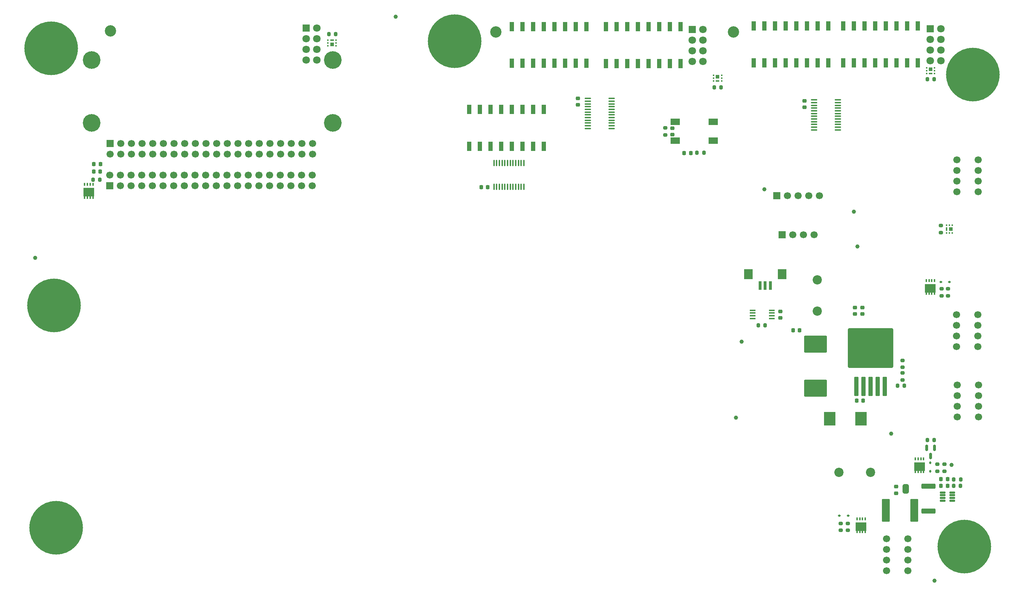
<source format=gbr>
%TF.GenerationSoftware,KiCad,Pcbnew,9.0.2*%
%TF.CreationDate,2025-11-22T08:51:33-08:00*%
%TF.ProjectId,MothBox_5.0.3,4d6f7468-426f-4785-9f35-2e302e332e6b,5.0.3*%
%TF.SameCoordinates,Original*%
%TF.FileFunction,Soldermask,Bot*%
%TF.FilePolarity,Negative*%
%FSLAX46Y46*%
G04 Gerber Fmt 4.6, Leading zero omitted, Abs format (unit mm)*
G04 Created by KiCad (PCBNEW 9.0.2) date 2025-11-22 08:51:33*
%MOMM*%
%LPD*%
G01*
G04 APERTURE LIST*
G04 Aperture macros list*
%AMRoundRect*
0 Rectangle with rounded corners*
0 $1 Rounding radius*
0 $2 $3 $4 $5 $6 $7 $8 $9 X,Y pos of 4 corners*
0 Add a 4 corners polygon primitive as box body*
4,1,4,$2,$3,$4,$5,$6,$7,$8,$9,$2,$3,0*
0 Add four circle primitives for the rounded corners*
1,1,$1+$1,$2,$3*
1,1,$1+$1,$4,$5*
1,1,$1+$1,$6,$7*
1,1,$1+$1,$8,$9*
0 Add four rect primitives between the rounded corners*
20,1,$1+$1,$2,$3,$4,$5,0*
20,1,$1+$1,$4,$5,$6,$7,0*
20,1,$1+$1,$6,$7,$8,$9,0*
20,1,$1+$1,$8,$9,$2,$3,0*%
%AMFreePoly0*
4,1,23,0.500000,-0.750000,0.000000,-0.750000,0.000000,-0.745722,-0.065263,-0.745722,-0.191342,-0.711940,-0.304381,-0.646677,-0.396677,-0.554381,-0.461940,-0.441342,-0.495722,-0.315263,-0.495722,-0.250000,-0.500000,-0.250000,-0.500000,0.250000,-0.495722,0.250000,-0.495722,0.315263,-0.461940,0.441342,-0.396677,0.554381,-0.304381,0.646677,-0.191342,0.711940,-0.065263,0.745722,0.000000,0.745722,
0.000000,0.750000,0.500000,0.750000,0.500000,-0.750000,0.500000,-0.750000,$1*%
%AMFreePoly1*
4,1,23,0.000000,0.745722,0.065263,0.745722,0.191342,0.711940,0.304381,0.646677,0.396677,0.554381,0.461940,0.441342,0.495722,0.315263,0.495722,0.250000,0.500000,0.250000,0.500000,-0.250000,0.495722,-0.250000,0.495722,-0.315263,0.461940,-0.441342,0.396677,-0.554381,0.304381,-0.646677,0.191342,-0.711940,0.065263,-0.745722,0.000000,-0.745722,0.000000,-0.750000,-0.500000,-0.750000,
-0.500000,0.750000,0.000000,0.750000,0.000000,0.745722,0.000000,0.745722,$1*%
G04 Aperture macros list end*
%ADD10C,2.700000*%
%ADD11C,1.000000*%
%ADD12C,12.800000*%
%ADD13R,1.700000X1.700000*%
%ADD14C,1.700000*%
%ADD15R,1.800000X1.780000*%
%ADD16C,1.800000*%
%ADD17RoundRect,0.225000X0.225000X0.250000X-0.225000X0.250000X-0.225000X-0.250000X0.225000X-0.250000X0*%
%ADD18RoundRect,0.225000X-0.225000X-0.250000X0.225000X-0.250000X0.225000X0.250000X-0.225000X0.250000X0*%
%ADD19RoundRect,0.225000X0.250000X-0.225000X0.250000X0.225000X-0.250000X0.225000X-0.250000X-0.225000X0*%
%ADD20R,0.450000X0.400000*%
%ADD21R,0.910000X0.400000*%
%ADD22R,0.910000X0.810000*%
%ADD23R,1.100000X2.200000*%
%ADD24RoundRect,0.218750X-0.218750X-0.256250X0.218750X-0.256250X0.218750X0.256250X-0.218750X0.256250X0*%
%ADD25R,0.400000X0.750000*%
%ADD26R,0.400000X0.800000*%
%ADD27R,2.600000X2.000000*%
%ADD28C,2.200000*%
%ADD29RoundRect,0.200000X-0.200000X-0.275000X0.200000X-0.275000X0.200000X0.275000X-0.200000X0.275000X0*%
%ADD30RoundRect,0.200000X0.275000X-0.200000X0.275000X0.200000X-0.275000X0.200000X-0.275000X-0.200000X0*%
%ADD31RoundRect,0.200000X-0.275000X0.200000X-0.275000X-0.200000X0.275000X-0.200000X0.275000X0.200000X0*%
%ADD32RoundRect,0.100000X0.637500X0.100000X-0.637500X0.100000X-0.637500X-0.100000X0.637500X-0.100000X0*%
%ADD33FreePoly0,90.000000*%
%ADD34FreePoly1,90.000000*%
%ADD35RoundRect,0.225000X-0.250000X0.225000X-0.250000X-0.225000X0.250000X-0.225000X0.250000X0.225000X0*%
%ADD36RoundRect,0.125000X-0.537500X-0.125000X0.537500X-0.125000X0.537500X0.125000X-0.537500X0.125000X0*%
%ADD37R,0.700000X2.000000*%
%ADD38R,2.000000X2.400000*%
%ADD39R,2.300000X1.500000*%
%ADD40RoundRect,0.200000X0.200000X0.275000X-0.200000X0.275000X-0.200000X-0.275000X0.200000X-0.275000X0*%
%ADD41RoundRect,0.250000X-1.425000X0.362500X-1.425000X-0.362500X1.425000X-0.362500X1.425000X0.362500X0*%
%ADD42RoundRect,0.250000X0.300000X-2.050000X0.300000X2.050000X-0.300000X2.050000X-0.300000X-2.050000X0*%
%ADD43RoundRect,0.250002X5.149998X-4.449998X5.149998X4.449998X-5.149998X4.449998X-5.149998X-4.449998X0*%
%ADD44RoundRect,0.112500X0.112500X-0.187500X0.112500X0.187500X-0.112500X0.187500X-0.112500X-0.187500X0*%
%ADD45C,4.204000*%
%ADD46RoundRect,0.112500X0.187500X0.112500X-0.187500X0.112500X-0.187500X-0.112500X0.187500X-0.112500X0*%
%ADD47RoundRect,0.100000X-0.100000X0.637500X-0.100000X-0.637500X0.100000X-0.637500X0.100000X0.637500X0*%
%ADD48RoundRect,0.250000X2.500000X-1.750000X2.500000X1.750000X-2.500000X1.750000X-2.500000X-1.750000X0*%
%ADD49RoundRect,0.250000X-0.712500X-2.475000X0.712500X-2.475000X0.712500X2.475000X-0.712500X2.475000X0*%
%ADD50R,2.700000X3.300000*%
%ADD51R,0.400000X0.450000*%
%ADD52R,0.400000X0.910000*%
%ADD53R,0.810000X0.910000*%
%ADD54RoundRect,0.150000X-0.150000X0.587500X-0.150000X-0.587500X0.150000X-0.587500X0.150000X0.587500X0*%
%ADD55R,1.400000X0.410000*%
G04 APERTURE END LIST*
%TO.C,JP1*%
G36*
X140510000Y-32955671D02*
G01*
X139010000Y-32955671D01*
X139010000Y-32655671D01*
X140510000Y-32655671D01*
X140510000Y-32955671D01*
G37*
%TD*%
D10*
%TO.C,H11*%
X98664815Y76137849D03*
%TD*%
D11*
%TO.C,TP9*%
X-67749331Y22291322D03*
%TD*%
D12*
%TO.C,H3*%
X32214815Y73937849D03*
%TD*%
D10*
%TO.C,H12*%
X42027061Y76094408D03*
%TD*%
%TO.C,H13*%
X-49776601Y76398843D03*
%TD*%
D11*
%TO.C,TP4*%
X106088922Y38593494D03*
%TD*%
%TO.C,TP7*%
X100644448Y2305791D03*
%TD*%
D12*
%TO.C,H6*%
X-62785185Y-42062151D03*
%TD*%
D13*
%TO.C,U5*%
X-50012001Y39448894D03*
D14*
X-50012001Y41988894D03*
X-47472001Y39448894D03*
X-47472001Y41988894D03*
X-44932002Y39448894D03*
X-44932001Y41988894D03*
X-42392001Y39448894D03*
X-42392001Y41988894D03*
X-39852001Y39448894D03*
X-39852001Y41988894D03*
X-37312001Y39448894D03*
X-37312001Y41988894D03*
X-34772001Y39448894D03*
X-34772001Y41988894D03*
X-32232000Y39448894D03*
X-32232001Y41988894D03*
X-29692001Y39448894D03*
X-29692001Y41988894D03*
X-27152001Y39448894D03*
X-27152001Y41988894D03*
X-24612001Y39448894D03*
X-24612001Y41988894D03*
X-22072002Y39448894D03*
X-22072001Y41988894D03*
X-19532001Y39448894D03*
X-19532001Y41988894D03*
X-16992001Y39448894D03*
X-16992001Y41988894D03*
X-14452001Y39448894D03*
X-14452001Y41988894D03*
X-11912002Y39448894D03*
X-11912001Y41988894D03*
X-9372000Y39448894D03*
X-9372001Y41988894D03*
X-6832001Y39448894D03*
X-6832001Y41988894D03*
X-4292001Y39448894D03*
X-4292001Y41988894D03*
X-1752001Y39448894D03*
X-1752001Y41988894D03*
%TD*%
D15*
%TO.C,H10*%
X88827556Y76664779D03*
D16*
X91367556Y76664779D03*
X88827556Y74124779D03*
X91367556Y74124779D03*
X88827556Y71584779D03*
X91367556Y71584779D03*
X88827556Y69044779D03*
X91367556Y69044779D03*
%TD*%
D11*
%TO.C,TP6*%
X128267838Y24986014D03*
%TD*%
D12*
%TO.C,H7*%
X153714815Y-46562151D03*
%TD*%
D11*
%TO.C,TP3*%
X127364815Y33237849D03*
%TD*%
D12*
%TO.C,H4*%
X-63935185Y72187849D03*
%TD*%
D11*
%TO.C,TP2*%
X150700883Y-27066684D03*
%TD*%
D12*
%TO.C,H5*%
X-63300000Y10884329D03*
%TD*%
D11*
%TO.C,TP8*%
X18208170Y79732148D03*
%TD*%
D15*
%TO.C,H9*%
X-3153838Y77032342D03*
D16*
X-613838Y77032342D03*
X-3153838Y74492342D03*
X-613838Y74492342D03*
X-3153838Y71952342D03*
X-613838Y71952342D03*
X-3153838Y69412342D03*
X-613838Y69412342D03*
%TD*%
D15*
%TO.C,H8*%
X145620519Y76898184D03*
D16*
X148160519Y76898184D03*
X145620519Y74358184D03*
X148160519Y74358184D03*
X145620519Y71818184D03*
X148160519Y71818184D03*
X145620519Y69278184D03*
X148160519Y69278184D03*
%TD*%
D12*
%TO.C,H2*%
X155714815Y65937849D03*
%TD*%
D11*
%TO.C,TP10*%
X146615789Y-54705402D03*
%TD*%
%TO.C,TP5*%
X136316275Y-19642711D03*
%TD*%
D17*
%TO.C,C17*%
X-52225000Y44584329D03*
X-53775000Y44584329D03*
%TD*%
D18*
%TO.C,C3*%
X128072303Y-11798759D03*
X129622303Y-11798759D03*
%TD*%
D14*
%TO.C,J4*%
X157061743Y45616086D03*
X151981743Y45616086D03*
X157061743Y43076086D03*
X151981743Y43076086D03*
X157061743Y40536086D03*
X151981743Y40536086D03*
X157061743Y37996086D03*
X151981743Y37996086D03*
%TD*%
D19*
%TO.C,C7*%
X61592858Y58742782D03*
X61592858Y60292782D03*
%TD*%
D20*
%TO.C,Q5*%
X146650160Y67549356D03*
X146650160Y66889357D03*
X146650160Y66239356D03*
X144750160Y66239356D03*
X144750160Y66889357D03*
X144750160Y67549356D03*
D21*
X145700160Y66189355D03*
D22*
X145700160Y67219355D03*
%TD*%
D23*
%TO.C,U10*%
X68335084Y77364867D03*
X70875084Y77364867D03*
X73415084Y77364867D03*
X75955084Y77364867D03*
X78495084Y77364867D03*
X81035084Y77364867D03*
X83575084Y77364867D03*
X86115084Y77364867D03*
X86115084Y68564867D03*
X83575084Y68564867D03*
X81035084Y68564867D03*
X78495084Y68564867D03*
X75955084Y68564867D03*
X73415084Y68564867D03*
X70875084Y68564867D03*
X68335084Y68564867D03*
%TD*%
D24*
%TO.C,D3*%
X86963088Y47278041D03*
X88538090Y47278041D03*
%TD*%
D18*
%TO.C,C8*%
X148151600Y-30527067D03*
X149701600Y-30527067D03*
%TD*%
D25*
%TO.C,Q11*%
X-55960000Y39754329D03*
X-55300000Y39754329D03*
X-54650000Y39754329D03*
X-54000000Y39754329D03*
D26*
X-54000000Y36694329D03*
X-54650000Y36694329D03*
X-55300000Y36694329D03*
X-55960000Y36694329D03*
D27*
X-54980000Y37894329D03*
%TD*%
D28*
%TO.C,C16*%
X118675583Y9548297D03*
X118675583Y17048297D03*
%TD*%
D29*
%TO.C,R1*%
X144887051Y-21204120D03*
X146537051Y-21204120D03*
%TD*%
D13*
%TO.C,U7*%
X-49915185Y49490349D03*
D14*
X-49915185Y46950349D03*
X-47375185Y49490349D03*
X-47375185Y46950349D03*
X-44835185Y49490349D03*
X-44835185Y46950349D03*
X-42295185Y49490349D03*
X-42295185Y46950349D03*
X-39755185Y49490349D03*
X-39755185Y46950349D03*
X-37215185Y49490349D03*
X-37215185Y46950349D03*
X-34675185Y49490349D03*
X-34675185Y46950349D03*
X-32135185Y49490349D03*
X-32135185Y46950349D03*
X-29595185Y49490349D03*
X-29595185Y46950349D03*
X-27055185Y49490349D03*
X-27055185Y46950349D03*
X-24515185Y49490349D03*
X-24515185Y46950349D03*
X-21975185Y49490349D03*
X-21975185Y46950349D03*
X-19435185Y49490349D03*
X-19435185Y46950349D03*
X-16895185Y49490349D03*
X-16895185Y46950349D03*
X-14355185Y49490349D03*
X-14355185Y46950349D03*
X-11815185Y49490349D03*
X-11815185Y46950349D03*
X-9275185Y49490349D03*
X-9275185Y46950349D03*
X-6735185Y49490349D03*
X-6735185Y46950349D03*
X-4195185Y49490349D03*
X-4195185Y46950349D03*
X-1655185Y49490349D03*
X-1655185Y46950349D03*
%TD*%
D23*
%TO.C,U11*%
X45829011Y77420614D03*
X48369011Y77420614D03*
X50909011Y77420614D03*
X53449011Y77420614D03*
X55989011Y77420614D03*
X58529011Y77420614D03*
X61069011Y77420614D03*
X63609011Y77420614D03*
X63609011Y68620614D03*
X61069011Y68620614D03*
X58529011Y68620614D03*
X55989011Y68620614D03*
X53449011Y68620614D03*
X50909011Y68620614D03*
X48369011Y68620614D03*
X45829011Y68620614D03*
%TD*%
D17*
%TO.C,C5*%
X114427649Y5011284D03*
X112877649Y5011284D03*
%TD*%
D30*
%TO.C,R30*%
X147310114Y-28614284D03*
X147310114Y-26964284D03*
%TD*%
D14*
%TO.C,J3*%
X157079878Y-8069029D03*
X151999878Y-8069029D03*
X157079878Y-10609029D03*
X151999878Y-10609029D03*
X157079878Y-13149029D03*
X151999878Y-13149029D03*
X157079878Y-15689029D03*
X151999878Y-15689029D03*
%TD*%
D31*
%TO.C,R3*%
X138996943Y-5185970D03*
X138996943Y-6835970D03*
%TD*%
D17*
%TO.C,C18*%
X-52231879Y42850432D03*
X-53781879Y42850432D03*
%TD*%
D32*
%TO.C,U9*%
X123602659Y59922277D03*
X123602659Y59272277D03*
X123602659Y58622277D03*
X123602659Y57972277D03*
X123602659Y57322277D03*
X123602659Y56672277D03*
X123602659Y56022277D03*
X123602659Y55372277D03*
X123602659Y54722277D03*
X123602659Y54072277D03*
X123602659Y53422277D03*
X123602659Y52772277D03*
X117877659Y52772277D03*
X117877659Y53422277D03*
X117877659Y54072277D03*
X117877659Y54722277D03*
X117877659Y55372277D03*
X117877659Y56022277D03*
X117877659Y56672277D03*
X117877659Y57322277D03*
X117877659Y57972277D03*
X117877659Y58622277D03*
X117877659Y59272277D03*
X117877659Y59922277D03*
%TD*%
D33*
%TO.C,JP1*%
X139760000Y-33455671D03*
D34*
X139760000Y-32155671D03*
%TD*%
D35*
%TO.C,C15*%
X84116199Y53173938D03*
X84116199Y51623938D03*
%TD*%
D36*
%TO.C,U3*%
X148564100Y-35631444D03*
X148564100Y-34981444D03*
X148564100Y-34331444D03*
X148564100Y-33681444D03*
X150839100Y-33681444D03*
X150839100Y-34331444D03*
X150839100Y-34981444D03*
X150839100Y-35631444D03*
%TD*%
D35*
%TO.C,C4*%
X109824516Y9487413D03*
X109824516Y7937413D03*
%TD*%
D37*
%TO.C,J5*%
X105000000Y15634329D03*
X106250000Y15634329D03*
X107500000Y15634329D03*
D38*
X110250000Y18334329D03*
X102250000Y18334329D03*
%TD*%
D23*
%TO.C,U13*%
X124864222Y77531424D03*
X127404222Y77531424D03*
X129944222Y77531424D03*
X132484222Y77531424D03*
X135024222Y77531424D03*
X137564222Y77531424D03*
X140104222Y77531424D03*
X142644222Y77531424D03*
X142644222Y68731424D03*
X140104222Y68731424D03*
X137564222Y68731424D03*
X135024222Y68731424D03*
X132484222Y68731424D03*
X129944222Y68731424D03*
X127404222Y68731424D03*
X124864222Y68731424D03*
%TD*%
D20*
%TO.C,Q6*%
X2031790Y72839962D03*
X2031790Y73499961D03*
X2031790Y74149962D03*
X3931790Y74149962D03*
X3931790Y73499961D03*
X3931790Y72839962D03*
D21*
X2981790Y74199963D03*
D22*
X2981790Y73169963D03*
%TD*%
D39*
%TO.C,SW2*%
X93900000Y54684329D03*
X84800000Y54684329D03*
X93900000Y50184329D03*
X84800000Y50184329D03*
%TD*%
D40*
%TO.C,R34*%
X91625000Y47284329D03*
X89975000Y47284329D03*
%TD*%
D13*
%TO.C,U8*%
X109003998Y37067769D03*
D14*
X111543998Y37067769D03*
X114083998Y37067769D03*
X116623998Y37067769D03*
X119163998Y37067769D03*
%TD*%
D23*
%TO.C,U12*%
X35674815Y57637849D03*
X38214815Y57637849D03*
X40754815Y57637849D03*
X43294815Y57637849D03*
X45834815Y57637849D03*
X48374815Y57637849D03*
X50914815Y57637849D03*
X53454815Y57637849D03*
X53454815Y48837849D03*
X50914815Y48837849D03*
X48374815Y48837849D03*
X45834815Y48837849D03*
X43294815Y48837849D03*
X40754815Y48837849D03*
X38214815Y48837849D03*
X35674815Y48837849D03*
%TD*%
D40*
%TO.C,R6*%
X152863364Y-30549371D03*
X151213364Y-30549371D03*
%TD*%
D18*
%TO.C,C6*%
X148167608Y-32121272D03*
X149717608Y-32121272D03*
%TD*%
%TO.C,C12*%
X38539815Y39137849D03*
X40089815Y39137849D03*
%TD*%
D30*
%TO.C,R19*%
X148166558Y28300931D03*
X148166558Y29950931D03*
%TD*%
D29*
%TO.C,R31*%
X2217301Y75591151D03*
X3867301Y75591151D03*
%TD*%
D35*
%TO.C,C2*%
X137480000Y-32300671D03*
X137480000Y-33850671D03*
%TD*%
D14*
%TO.C,J2*%
X140302098Y-44704396D03*
X135222098Y-44704396D03*
X140302098Y-47244396D03*
X135222098Y-47244396D03*
X140302098Y-49784396D03*
X135222098Y-49784396D03*
X140302098Y-52324396D03*
X135222098Y-52324396D03*
%TD*%
D25*
%TO.C,Q10*%
X144643937Y16869101D03*
X145303937Y16869101D03*
X145953937Y16869101D03*
X146603937Y16869101D03*
D26*
X146603937Y13809101D03*
X145953937Y13809101D03*
X145303937Y13809101D03*
X144643937Y13809101D03*
D27*
X145623937Y15009101D03*
%TD*%
D40*
%TO.C,R5*%
X152828173Y-32133002D03*
X151178173Y-32133002D03*
%TD*%
D30*
%TO.C,R40*%
X148272107Y13238096D03*
X148272107Y14888096D03*
%TD*%
D41*
%TO.C,R4*%
X145201600Y-32193944D03*
X145201600Y-38118944D03*
%TD*%
D42*
%TO.C,U2*%
X134783638Y-8393245D03*
X133083638Y-8393244D03*
X131383638Y-8393245D03*
D43*
X131383638Y756755D03*
D42*
X129683638Y-8393244D03*
X127983638Y-8393245D03*
%TD*%
D25*
%TO.C,Q1*%
X128136835Y-39932735D03*
X128796835Y-39932735D03*
X129446835Y-39932735D03*
X130096835Y-39932735D03*
D26*
X130096835Y-42992735D03*
X129446835Y-42992735D03*
X128796835Y-42992735D03*
X128136835Y-42992735D03*
D27*
X129116835Y-41792735D03*
%TD*%
D23*
%TO.C,U14*%
X103506146Y77511845D03*
X106046146Y77511845D03*
X108586146Y77511845D03*
X111126146Y77511845D03*
X113666146Y77511845D03*
X116206146Y77511845D03*
X118746146Y77511845D03*
X121286146Y77511845D03*
X121286146Y68711845D03*
X118746146Y68711845D03*
X116206146Y68711845D03*
X113666146Y68711845D03*
X111126146Y68711845D03*
X108586146Y68711845D03*
X106046146Y68711845D03*
X103506146Y68711845D03*
%TD*%
D19*
%TO.C,C9*%
X115615709Y58140257D03*
X115615709Y59690257D03*
%TD*%
D44*
%TO.C,D4*%
X145593106Y-28661900D03*
X145593106Y-26561900D03*
%TD*%
D30*
%TO.C,R35*%
X82462843Y51573397D03*
X82462843Y53223397D03*
%TD*%
D45*
%TO.C,U6*%
X-54285185Y54437849D03*
X3214815Y54437849D03*
X-54285185Y69437849D03*
X3214815Y69437849D03*
%TD*%
D31*
%TO.C,R39*%
X149860106Y14894111D03*
X149860106Y13244111D03*
%TD*%
D40*
%TO.C,R21*%
X95757594Y62938269D03*
X94107594Y62938269D03*
%TD*%
D46*
%TO.C,D2*%
X150203743Y16505191D03*
X148103743Y16505191D03*
%TD*%
D14*
%TO.C,J1*%
X156914327Y8694689D03*
X151834327Y8694689D03*
X156914327Y6154689D03*
X151834327Y6154689D03*
X156914327Y3614689D03*
X151834327Y3614689D03*
X156914327Y1074689D03*
X151834327Y1074689D03*
%TD*%
D31*
%TO.C,R41*%
X148987758Y-26952344D03*
X148987758Y-28602344D03*
%TD*%
D19*
%TO.C,C10*%
X129413334Y8862282D03*
X129413334Y10412282D03*
%TD*%
D47*
%TO.C,U16*%
X41586203Y44900349D03*
X42236203Y44900349D03*
X42886203Y44900349D03*
X43536203Y44900349D03*
X44186203Y44900349D03*
X44836203Y44900349D03*
X45486203Y44900349D03*
X46136203Y44900349D03*
X46786203Y44900349D03*
X47436203Y44900349D03*
X48086203Y44900349D03*
X48736203Y44900349D03*
X48736203Y39175349D03*
X48086203Y39175349D03*
X47436203Y39175349D03*
X46786203Y39175349D03*
X46136203Y39175349D03*
X45486203Y39175349D03*
X44836203Y39175349D03*
X44186203Y39175349D03*
X43536203Y39175349D03*
X42886203Y39175349D03*
X42236203Y39175349D03*
X41586203Y39175349D03*
%TD*%
D48*
%TO.C,L1*%
X118214815Y-8812151D03*
X118214815Y1687849D03*
%TD*%
D32*
%TO.C,U15*%
X69659215Y60249367D03*
X69659215Y59599367D03*
X69659215Y58949367D03*
X69659215Y58299367D03*
X69659215Y57649367D03*
X69659215Y56999367D03*
X69659215Y56349367D03*
X69659215Y55699367D03*
X69659215Y55049367D03*
X69659215Y54399367D03*
X69659215Y53749367D03*
X69659215Y53099367D03*
X63934215Y53099367D03*
X63934215Y53749367D03*
X63934215Y54399367D03*
X63934215Y55049367D03*
X63934215Y55699367D03*
X63934215Y56349367D03*
X63934215Y56999367D03*
X63934215Y57649367D03*
X63934215Y58299367D03*
X63934215Y58949367D03*
X63934215Y59599367D03*
X63934215Y60249367D03*
%TD*%
D13*
%TO.C,H1*%
X110274815Y27787849D03*
D14*
X112814815Y27787849D03*
X115354814Y27787849D03*
X117894815Y27787849D03*
%TD*%
D40*
%TO.C,R36*%
X-52335000Y40854329D03*
X-53985000Y40854329D03*
%TD*%
D11*
%TO.C,TP1*%
X99243003Y-15812151D03*
%TD*%
D40*
%TO.C,R32*%
X139434478Y-8259677D03*
X137784478Y-8259677D03*
%TD*%
D49*
%TO.C,F2*%
X134985977Y-37918932D03*
X141760977Y-37918932D03*
%TD*%
D50*
%TO.C,E1*%
X121674815Y-16112151D03*
X129054815Y-16112151D03*
%TD*%
D31*
%TO.C,R2*%
X139001715Y-2175686D03*
X139001715Y-3825686D03*
%TD*%
D51*
%TO.C,Q4*%
X150826119Y28151191D03*
X150166120Y28151191D03*
X149516119Y28151191D03*
X149516119Y30051191D03*
X150166120Y30051191D03*
X150826119Y30051191D03*
D52*
X149466118Y29101191D03*
D53*
X150496118Y29101191D03*
%TD*%
D30*
%TO.C,R38*%
X124278908Y-42709645D03*
X124278908Y-41059645D03*
%TD*%
D40*
%TO.C,R33*%
X106265345Y6213720D03*
X104615345Y6213720D03*
%TD*%
%TO.C,R27*%
X146541652Y64860581D03*
X144891652Y64860581D03*
%TD*%
D31*
%TO.C,R29*%
X125927272Y-41053014D03*
X125927272Y-42703014D03*
%TD*%
D28*
%TO.C,C14*%
X131365786Y-28845465D03*
X123865786Y-28845465D03*
%TD*%
D19*
%TO.C,C11*%
X127677335Y8848051D03*
X127677335Y10398051D03*
%TD*%
D25*
%TO.C,Q8*%
X142054876Y-25650778D03*
X142714876Y-25650778D03*
X143364876Y-25650778D03*
X144014876Y-25650778D03*
D26*
X144014876Y-28710778D03*
X143364876Y-28710778D03*
X142714876Y-28710778D03*
X142054876Y-28710778D03*
D27*
X143034876Y-27510778D03*
%TD*%
D54*
%TO.C,Q2*%
X144736885Y-23068577D03*
X146636885Y-23068577D03*
X145686885Y-24943578D03*
%TD*%
D46*
%TO.C,D1*%
X126016955Y-39210834D03*
X123916955Y-39210834D03*
%TD*%
D55*
%TO.C,U17*%
X103224474Y7792982D03*
X103224474Y8442982D03*
X103224474Y9102982D03*
X103224474Y9752982D03*
X107824474Y9752982D03*
X107824474Y9102982D03*
X107824474Y8442982D03*
X107824474Y7792982D03*
%TD*%
D20*
%TO.C,Q9*%
X95870772Y65752034D03*
X95870772Y65092035D03*
X95870772Y64442034D03*
X93970772Y64442034D03*
X93970772Y65092035D03*
X93970772Y65752034D03*
D21*
X94920772Y64392033D03*
D22*
X94920772Y65422033D03*
%TD*%
M02*

</source>
